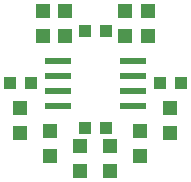
<source format=gtp>
G75*
G70*
%OFA0B0*%
%FSLAX24Y24*%
%IPPOS*%
%LPD*%
%AMOC8*
5,1,8,0,0,1.08239X$1,22.5*
%
%ADD10R,0.0472X0.0472*%
%ADD11R,0.0394X0.0433*%
%ADD12R,0.0866X0.0197*%
D10*
X002308Y003205D03*
X002308Y004032D03*
X003308Y003282D03*
X003308Y002455D03*
X004308Y002782D03*
X004308Y001955D03*
X005308Y001955D03*
X005308Y002782D03*
X006308Y002455D03*
X006308Y003282D03*
X007308Y003205D03*
X007308Y004032D03*
X006558Y006455D03*
X005808Y006455D03*
X005808Y007282D03*
X006558Y007282D03*
X003808Y007282D03*
X003058Y007282D03*
X003058Y006455D03*
X003808Y006455D03*
D11*
X004474Y006619D03*
X005143Y006619D03*
X006974Y004869D03*
X007643Y004869D03*
X005143Y003369D03*
X004474Y003369D03*
X002643Y004869D03*
X001974Y004869D03*
D12*
X003567Y005119D03*
X003567Y005619D03*
X003567Y004619D03*
X003567Y004119D03*
X006050Y004119D03*
X006050Y004615D03*
X006050Y005115D03*
X006050Y005615D03*
M02*

</source>
